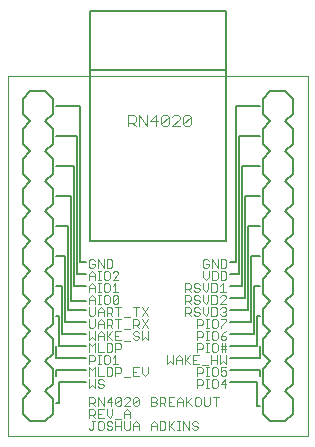
<source format=gto>
G75*
%MOIN*%
%OFA0B0*%
%FSLAX24Y24*%
%IPPOS*%
%LPD*%
%AMOC8*
5,1,8,0,0,1.08239X$1,22.5*
%
%ADD10C,0.0000*%
%ADD11C,0.0030*%
%ADD12C,0.0060*%
%ADD13C,0.0080*%
%ADD14C,0.0050*%
D10*
X000100Y000100D02*
X000100Y012100D01*
X010100Y012100D01*
X010100Y000100D02*
X000100Y000100D01*
X010100Y000100D02*
X010100Y012100D01*
D11*
X006213Y010742D02*
X006213Y010496D01*
X006152Y010434D01*
X006028Y010434D01*
X005966Y010496D01*
X006213Y010742D01*
X006152Y010804D01*
X006028Y010804D01*
X005966Y010742D01*
X005966Y010496D01*
X005845Y010434D02*
X005598Y010434D01*
X005845Y010681D01*
X005845Y010742D01*
X005783Y010804D01*
X005660Y010804D01*
X005598Y010742D01*
X005477Y010742D02*
X005230Y010496D01*
X005292Y010434D01*
X005415Y010434D01*
X005477Y010496D01*
X005477Y010742D01*
X005415Y010804D01*
X005292Y010804D01*
X005230Y010742D01*
X005230Y010496D01*
X005108Y010619D02*
X004861Y010619D01*
X005047Y010804D01*
X005047Y010434D01*
X004740Y010434D02*
X004740Y010804D01*
X004493Y010804D02*
X004493Y010434D01*
X004372Y010434D02*
X004248Y010557D01*
X004310Y010557D02*
X004125Y010557D01*
X004125Y010434D02*
X004125Y010804D01*
X004310Y010804D01*
X004372Y010742D01*
X004372Y010619D01*
X004310Y010557D01*
X004493Y010804D02*
X004740Y010434D01*
X003549Y006005D02*
X003404Y006005D01*
X003404Y005715D01*
X003549Y005715D01*
X003598Y005763D01*
X003598Y005957D01*
X003549Y006005D01*
X003303Y006005D02*
X003303Y005715D01*
X003110Y006005D01*
X003110Y005715D01*
X003110Y005605D02*
X003206Y005605D01*
X003158Y005605D02*
X003158Y005315D01*
X003110Y005315D02*
X003206Y005315D01*
X003206Y005205D02*
X003110Y005205D01*
X003158Y005205D02*
X003158Y004915D01*
X003110Y004915D02*
X003206Y004915D01*
X003206Y004805D02*
X003110Y004805D01*
X003158Y004805D02*
X003158Y004515D01*
X003110Y004515D02*
X003206Y004515D01*
X003206Y004405D02*
X003303Y004308D01*
X003303Y004115D01*
X003404Y004115D02*
X003404Y004405D01*
X003549Y004405D01*
X003598Y004357D01*
X003598Y004260D01*
X003549Y004212D01*
X003404Y004212D01*
X003501Y004212D02*
X003598Y004115D01*
X003549Y004005D02*
X003598Y003957D01*
X003598Y003860D01*
X003549Y003812D01*
X003404Y003812D01*
X003404Y003715D02*
X003404Y004005D01*
X003549Y004005D01*
X003501Y003812D02*
X003598Y003715D01*
X003598Y003605D02*
X003404Y003412D01*
X003453Y003460D02*
X003598Y003315D01*
X003699Y003315D02*
X003892Y003315D01*
X003994Y003267D02*
X004187Y003267D01*
X004288Y003363D02*
X004337Y003315D01*
X004433Y003315D01*
X004482Y003363D01*
X004482Y003412D01*
X004433Y003460D01*
X004337Y003460D01*
X004288Y003508D01*
X004288Y003557D01*
X004337Y003605D01*
X004433Y003605D01*
X004482Y003557D01*
X004583Y003605D02*
X004583Y003315D01*
X004680Y003412D01*
X004776Y003315D01*
X004776Y003605D01*
X004776Y003715D02*
X004583Y004005D01*
X004583Y004115D02*
X004776Y004405D01*
X004583Y004405D02*
X004776Y004115D01*
X004776Y004005D02*
X004583Y003715D01*
X004482Y003715D02*
X004385Y003812D01*
X004433Y003812D02*
X004288Y003812D01*
X004288Y003715D02*
X004288Y004005D01*
X004433Y004005D01*
X004482Y003957D01*
X004482Y003860D01*
X004433Y003812D01*
X004385Y004115D02*
X004385Y004405D01*
X004288Y004405D02*
X004482Y004405D01*
X004187Y004067D02*
X003994Y004067D01*
X003892Y004005D02*
X003699Y004005D01*
X003796Y004005D02*
X003796Y003715D01*
X003892Y003605D02*
X003699Y003605D01*
X003699Y003315D01*
X003699Y003205D02*
X003844Y003205D01*
X003892Y003157D01*
X003892Y003060D01*
X003844Y003012D01*
X003699Y003012D01*
X003699Y002915D02*
X003699Y003205D01*
X003598Y003157D02*
X003549Y003205D01*
X003404Y003205D01*
X003404Y002915D01*
X003549Y002915D01*
X003598Y002963D01*
X003598Y003157D01*
X003404Y003315D02*
X003404Y003605D01*
X003303Y003508D02*
X003303Y003315D01*
X003303Y003460D02*
X003110Y003460D01*
X003110Y003508D02*
X003206Y003605D01*
X003303Y003508D01*
X003303Y003715D02*
X003303Y003908D01*
X003206Y004005D01*
X003110Y003908D01*
X003110Y003715D01*
X003008Y003763D02*
X003008Y004005D01*
X002960Y004115D02*
X003008Y004163D01*
X003008Y004405D01*
X003008Y004515D02*
X003008Y004708D01*
X002912Y004805D01*
X002815Y004708D01*
X002815Y004515D01*
X002815Y004405D02*
X002815Y004163D01*
X002863Y004115D01*
X002960Y004115D01*
X002815Y004005D02*
X002815Y003763D01*
X002863Y003715D01*
X002960Y003715D01*
X003008Y003763D01*
X003110Y003860D02*
X003303Y003860D01*
X003110Y004115D02*
X003110Y004308D01*
X003206Y004405D01*
X003110Y004260D02*
X003303Y004260D01*
X003354Y004515D02*
X003451Y004515D01*
X003500Y004563D01*
X003500Y004757D01*
X003451Y004805D01*
X003354Y004805D01*
X003306Y004757D01*
X003306Y004563D01*
X003354Y004515D01*
X003601Y004563D02*
X003794Y004757D01*
X003794Y004563D01*
X003746Y004515D01*
X003649Y004515D01*
X003601Y004563D01*
X003601Y004757D01*
X003649Y004805D01*
X003746Y004805D01*
X003794Y004757D01*
X003794Y004915D02*
X003601Y004915D01*
X003697Y004915D02*
X003697Y005205D01*
X003601Y005108D01*
X003500Y005157D02*
X003500Y004963D01*
X003451Y004915D01*
X003354Y004915D01*
X003306Y004963D01*
X003306Y005157D01*
X003354Y005205D01*
X003451Y005205D01*
X003500Y005157D01*
X003451Y005315D02*
X003500Y005363D01*
X003500Y005557D01*
X003451Y005605D01*
X003354Y005605D01*
X003306Y005557D01*
X003306Y005363D01*
X003354Y005315D01*
X003451Y005315D01*
X003601Y005315D02*
X003794Y005508D01*
X003794Y005557D01*
X003746Y005605D01*
X003649Y005605D01*
X003601Y005557D01*
X003601Y005315D02*
X003794Y005315D01*
X003796Y004405D02*
X003796Y004115D01*
X003699Y004405D02*
X003892Y004405D01*
X003994Y003667D02*
X004187Y003667D01*
X003796Y003460D02*
X003699Y003460D01*
X003303Y002915D02*
X003110Y002915D01*
X003110Y003205D01*
X003008Y003205D02*
X003008Y002915D01*
X002960Y002805D02*
X003008Y002757D01*
X003008Y002660D01*
X002960Y002612D01*
X002815Y002612D01*
X002815Y002515D02*
X002815Y002805D01*
X002960Y002805D01*
X002815Y002915D02*
X002815Y003205D01*
X002912Y003108D01*
X003008Y003205D01*
X003008Y003315D02*
X002912Y003412D01*
X002815Y003315D01*
X002815Y003605D01*
X003008Y003605D02*
X003008Y003315D01*
X003110Y003315D02*
X003110Y003508D01*
X003110Y002805D02*
X003206Y002805D01*
X003158Y002805D02*
X003158Y002515D01*
X003110Y002515D02*
X003206Y002515D01*
X003306Y002563D02*
X003354Y002515D01*
X003451Y002515D01*
X003500Y002563D01*
X003500Y002757D01*
X003451Y002805D01*
X003354Y002805D01*
X003306Y002757D01*
X003306Y002563D01*
X003404Y002405D02*
X003549Y002405D01*
X003598Y002357D01*
X003598Y002163D01*
X003549Y002115D01*
X003404Y002115D01*
X003404Y002405D01*
X003601Y002515D02*
X003794Y002515D01*
X003697Y002515D02*
X003697Y002805D01*
X003601Y002708D01*
X003699Y002405D02*
X003844Y002405D01*
X003892Y002357D01*
X003892Y002260D01*
X003844Y002212D01*
X003699Y002212D01*
X003699Y002115D02*
X003699Y002405D01*
X003994Y002067D02*
X004187Y002067D01*
X004288Y002115D02*
X004482Y002115D01*
X004583Y002212D02*
X004680Y002115D01*
X004776Y002212D01*
X004776Y002405D01*
X004583Y002405D02*
X004583Y002212D01*
X004482Y002405D02*
X004288Y002405D01*
X004288Y002115D01*
X004288Y002260D02*
X004385Y002260D01*
X004337Y001405D02*
X004288Y001357D01*
X004288Y001163D01*
X004482Y001357D01*
X004482Y001163D01*
X004433Y001115D01*
X004337Y001115D01*
X004288Y001163D01*
X004187Y001115D02*
X003994Y001115D01*
X004187Y001308D01*
X004187Y001357D01*
X004139Y001405D01*
X004042Y001405D01*
X003994Y001357D01*
X003892Y001357D02*
X003892Y001163D01*
X003844Y001115D01*
X003747Y001115D01*
X003699Y001163D01*
X003892Y001357D01*
X003844Y001405D01*
X003747Y001405D01*
X003699Y001357D01*
X003699Y001163D01*
X003598Y001260D02*
X003404Y001260D01*
X003549Y001405D01*
X003549Y001115D01*
X003598Y001005D02*
X003598Y000812D01*
X003501Y000715D01*
X003404Y000812D01*
X003404Y001005D01*
X003303Y001005D02*
X003110Y001005D01*
X003110Y000715D01*
X003303Y000715D01*
X003255Y000605D02*
X003303Y000557D01*
X003303Y000363D01*
X003255Y000315D01*
X003158Y000315D01*
X003110Y000363D01*
X003110Y000557D01*
X003158Y000605D01*
X003255Y000605D01*
X003206Y000860D02*
X003110Y000860D01*
X003008Y000860D02*
X003008Y000957D01*
X002960Y001005D01*
X002815Y001005D01*
X002815Y000715D01*
X002815Y000812D02*
X002960Y000812D01*
X003008Y000860D01*
X002912Y000812D02*
X003008Y000715D01*
X003008Y000605D02*
X002912Y000605D01*
X002960Y000605D02*
X002960Y000363D01*
X002912Y000315D01*
X002863Y000315D01*
X002815Y000363D01*
X002815Y001115D02*
X002815Y001405D01*
X002960Y001405D01*
X003008Y001357D01*
X003008Y001260D01*
X002960Y001212D01*
X002815Y001212D01*
X002912Y001212D02*
X003008Y001115D01*
X003110Y001115D02*
X003110Y001405D01*
X003303Y001115D01*
X003303Y001405D01*
X003255Y001715D02*
X003158Y001715D01*
X003110Y001763D01*
X003158Y001860D02*
X003255Y001860D01*
X003303Y001812D01*
X003303Y001763D01*
X003255Y001715D01*
X003158Y001860D02*
X003110Y001908D01*
X003110Y001957D01*
X003158Y002005D01*
X003255Y002005D01*
X003303Y001957D01*
X003303Y002115D02*
X003110Y002115D01*
X003110Y002405D01*
X003008Y002405D02*
X003008Y002115D01*
X003008Y002005D02*
X003008Y001715D01*
X002912Y001812D01*
X002815Y001715D01*
X002815Y002005D01*
X002815Y002115D02*
X002815Y002405D01*
X002912Y002308D01*
X003008Y002405D01*
X004090Y001005D02*
X004187Y000908D01*
X004187Y000715D01*
X004187Y000605D02*
X004187Y000363D01*
X004139Y000315D01*
X004042Y000315D01*
X003994Y000363D01*
X003994Y000605D01*
X003892Y000605D02*
X003892Y000315D01*
X003892Y000460D02*
X003699Y000460D01*
X003598Y000412D02*
X003598Y000363D01*
X003549Y000315D01*
X003453Y000315D01*
X003404Y000363D01*
X003453Y000460D02*
X003549Y000460D01*
X003598Y000412D01*
X003699Y000315D02*
X003699Y000605D01*
X003699Y000667D02*
X003892Y000667D01*
X003994Y000715D02*
X003994Y000908D01*
X004090Y001005D01*
X003994Y000860D02*
X004187Y000860D01*
X004385Y000605D02*
X004288Y000508D01*
X004288Y000315D01*
X004288Y000460D02*
X004482Y000460D01*
X004482Y000508D02*
X004482Y000315D01*
X004482Y000508D02*
X004385Y000605D01*
X004878Y000508D02*
X004878Y000315D01*
X004878Y000460D02*
X005071Y000460D01*
X005071Y000508D02*
X005071Y000315D01*
X005172Y000315D02*
X005317Y000315D01*
X005366Y000363D01*
X005366Y000557D01*
X005317Y000605D01*
X005172Y000605D01*
X005172Y000315D01*
X005071Y000508D02*
X004974Y000605D01*
X004878Y000508D01*
X004878Y001115D02*
X005023Y001115D01*
X005071Y001163D01*
X005071Y001212D01*
X005023Y001260D01*
X004878Y001260D01*
X004878Y001115D02*
X004878Y001405D01*
X005023Y001405D01*
X005071Y001357D01*
X005071Y001308D01*
X005023Y001260D01*
X005172Y001212D02*
X005317Y001212D01*
X005366Y001260D01*
X005366Y001357D01*
X005317Y001405D01*
X005172Y001405D01*
X005172Y001115D01*
X005269Y001212D02*
X005366Y001115D01*
X005467Y001115D02*
X005660Y001115D01*
X005762Y001115D02*
X005762Y001308D01*
X005858Y001405D01*
X005955Y001308D01*
X005955Y001115D01*
X006056Y001115D02*
X006056Y001405D01*
X006105Y001260D02*
X006250Y001115D01*
X006351Y001163D02*
X006399Y001115D01*
X006496Y001115D01*
X006544Y001163D01*
X006544Y001357D01*
X006496Y001405D01*
X006399Y001405D01*
X006351Y001357D01*
X006351Y001163D01*
X006250Y001405D02*
X006056Y001212D01*
X005955Y001260D02*
X005762Y001260D01*
X005660Y001405D02*
X005467Y001405D01*
X005467Y001115D01*
X005467Y001260D02*
X005564Y001260D01*
X005660Y000605D02*
X005467Y000412D01*
X005515Y000460D02*
X005660Y000315D01*
X005762Y000315D02*
X005858Y000315D01*
X005810Y000315D02*
X005810Y000605D01*
X005762Y000605D02*
X005858Y000605D01*
X005958Y000605D02*
X006151Y000315D01*
X006151Y000605D01*
X006253Y000557D02*
X006253Y000508D01*
X006301Y000460D01*
X006398Y000460D01*
X006446Y000412D01*
X006446Y000363D01*
X006398Y000315D01*
X006301Y000315D01*
X006253Y000363D01*
X006253Y000557D02*
X006301Y000605D01*
X006398Y000605D01*
X006446Y000557D01*
X005958Y000605D02*
X005958Y000315D01*
X005467Y000315D02*
X005467Y000605D01*
X006415Y001715D02*
X006415Y002005D01*
X006560Y002005D01*
X006608Y001957D01*
X006608Y001860D01*
X006560Y001812D01*
X006415Y001812D01*
X006415Y002115D02*
X006415Y002405D01*
X006560Y002405D01*
X006608Y002357D01*
X006608Y002260D01*
X006560Y002212D01*
X006415Y002212D01*
X006594Y002467D02*
X006787Y002467D01*
X006806Y002405D02*
X006710Y002405D01*
X006758Y002405D02*
X006758Y002115D01*
X006710Y002115D02*
X006806Y002115D01*
X006806Y002005D02*
X006710Y002005D01*
X006758Y002005D02*
X006758Y001715D01*
X006710Y001715D02*
X006806Y001715D01*
X006906Y001763D02*
X006954Y001715D01*
X007051Y001715D01*
X007100Y001763D01*
X007100Y001957D01*
X007051Y002005D01*
X006954Y002005D01*
X006906Y001957D01*
X006906Y001763D01*
X006954Y002115D02*
X007051Y002115D01*
X007100Y002163D01*
X007100Y002357D01*
X007051Y002405D01*
X006954Y002405D01*
X006906Y002357D01*
X006906Y002163D01*
X006954Y002115D01*
X007201Y002163D02*
X007249Y002115D01*
X007346Y002115D01*
X007394Y002163D01*
X007394Y002260D01*
X007346Y002308D01*
X007297Y002308D01*
X007201Y002260D01*
X007201Y002405D01*
X007394Y002405D01*
X007376Y002515D02*
X007376Y002805D01*
X007346Y002915D02*
X007346Y003205D01*
X007346Y003108D02*
X007201Y003108D01*
X007201Y003012D02*
X007394Y003012D01*
X007394Y003108D02*
X007346Y003108D01*
X007249Y003205D02*
X007249Y002915D01*
X007183Y002805D02*
X007183Y002515D01*
X007280Y002612D01*
X007376Y002515D01*
X007082Y002515D02*
X007082Y002805D01*
X007051Y002915D02*
X007100Y002963D01*
X007100Y003157D01*
X007051Y003205D01*
X006954Y003205D01*
X006906Y003157D01*
X006906Y002963D01*
X006954Y002915D01*
X007051Y002915D01*
X006888Y002805D02*
X006888Y002515D01*
X006888Y002660D02*
X007082Y002660D01*
X006806Y002915D02*
X006710Y002915D01*
X006758Y002915D02*
X006758Y003205D01*
X006710Y003205D02*
X006806Y003205D01*
X006806Y003315D02*
X006710Y003315D01*
X006758Y003315D02*
X006758Y003605D01*
X006710Y003605D02*
X006806Y003605D01*
X006806Y003715D02*
X006710Y003715D01*
X006758Y003715D02*
X006758Y004005D01*
X006710Y004005D02*
X006806Y004005D01*
X006906Y003957D02*
X006906Y003763D01*
X006954Y003715D01*
X007051Y003715D01*
X007100Y003763D01*
X007100Y003957D01*
X007051Y004005D01*
X006954Y004005D01*
X006906Y003957D01*
X006899Y004115D02*
X007044Y004115D01*
X007092Y004163D01*
X007092Y004357D01*
X007044Y004405D01*
X006899Y004405D01*
X006899Y004115D01*
X006798Y004212D02*
X006798Y004405D01*
X006701Y004515D02*
X006798Y004612D01*
X006798Y004805D01*
X006899Y004805D02*
X007044Y004805D01*
X007092Y004757D01*
X007092Y004563D01*
X007044Y004515D01*
X006899Y004515D01*
X006899Y004805D01*
X006899Y004915D02*
X007044Y004915D01*
X007092Y004963D01*
X007092Y005157D01*
X007044Y005205D01*
X006899Y005205D01*
X006899Y004915D01*
X006798Y005012D02*
X006798Y005205D01*
X006712Y005315D02*
X006808Y005412D01*
X006808Y005605D01*
X006910Y005605D02*
X007055Y005605D01*
X007103Y005557D01*
X007103Y005363D01*
X007055Y005315D01*
X006910Y005315D01*
X006910Y005605D01*
X006910Y005715D02*
X006910Y006005D01*
X007103Y005715D01*
X007103Y006005D01*
X007204Y006005D02*
X007349Y006005D01*
X007398Y005957D01*
X007398Y005763D01*
X007349Y005715D01*
X007204Y005715D01*
X007204Y006005D01*
X007204Y005605D02*
X007349Y005605D01*
X007398Y005557D01*
X007398Y005363D01*
X007349Y005315D01*
X007204Y005315D01*
X007204Y005605D01*
X007290Y005205D02*
X007290Y004915D01*
X007194Y004915D02*
X007387Y004915D01*
X007339Y004805D02*
X007242Y004805D01*
X007194Y004757D01*
X007339Y004805D02*
X007387Y004757D01*
X007387Y004708D01*
X007194Y004515D01*
X007387Y004515D01*
X007339Y004405D02*
X007387Y004357D01*
X007387Y004308D01*
X007339Y004260D01*
X007387Y004212D01*
X007387Y004163D01*
X007339Y004115D01*
X007242Y004115D01*
X007194Y004163D01*
X007290Y004260D02*
X007339Y004260D01*
X007339Y004405D02*
X007242Y004405D01*
X007194Y004357D01*
X007201Y004005D02*
X007394Y004005D01*
X007394Y003957D01*
X007201Y003763D01*
X007201Y003715D01*
X007297Y003557D02*
X007201Y003460D01*
X007346Y003460D01*
X007394Y003412D01*
X007394Y003363D01*
X007346Y003315D01*
X007249Y003315D01*
X007201Y003363D01*
X007201Y003460D01*
X007297Y003557D02*
X007394Y003605D01*
X007100Y003557D02*
X007100Y003363D01*
X007051Y003315D01*
X006954Y003315D01*
X006906Y003363D01*
X006906Y003557D01*
X006954Y003605D01*
X007051Y003605D01*
X007100Y003557D01*
X006701Y004115D02*
X006798Y004212D01*
X006701Y004115D02*
X006604Y004212D01*
X006604Y004405D01*
X006503Y004357D02*
X006455Y004405D01*
X006358Y004405D01*
X006310Y004357D01*
X006310Y004308D01*
X006358Y004260D01*
X006455Y004260D01*
X006503Y004212D01*
X006503Y004163D01*
X006455Y004115D01*
X006358Y004115D01*
X006310Y004163D01*
X006208Y004115D02*
X006112Y004212D01*
X006160Y004212D02*
X006015Y004212D01*
X006015Y004115D02*
X006015Y004405D01*
X006160Y004405D01*
X006208Y004357D01*
X006208Y004260D01*
X006160Y004212D01*
X006208Y004515D02*
X006112Y004612D01*
X006160Y004612D02*
X006015Y004612D01*
X006015Y004515D02*
X006015Y004805D01*
X006160Y004805D01*
X006208Y004757D01*
X006208Y004660D01*
X006160Y004612D01*
X006310Y004563D02*
X006358Y004515D01*
X006455Y004515D01*
X006503Y004563D01*
X006503Y004612D01*
X006455Y004660D01*
X006358Y004660D01*
X006310Y004708D01*
X006310Y004757D01*
X006358Y004805D01*
X006455Y004805D01*
X006503Y004757D01*
X006604Y004805D02*
X006604Y004612D01*
X006701Y004515D01*
X006701Y004915D02*
X006604Y005012D01*
X006604Y005205D01*
X006503Y005157D02*
X006455Y005205D01*
X006358Y005205D01*
X006310Y005157D01*
X006310Y005108D01*
X006358Y005060D01*
X006455Y005060D01*
X006503Y005012D01*
X006503Y004963D01*
X006455Y004915D01*
X006358Y004915D01*
X006310Y004963D01*
X006208Y004915D02*
X006112Y005012D01*
X006160Y005012D02*
X006208Y005060D01*
X006208Y005157D01*
X006160Y005205D01*
X006015Y005205D01*
X006015Y004915D01*
X006015Y005012D02*
X006160Y005012D01*
X006615Y005412D02*
X006615Y005605D01*
X006663Y005715D02*
X006760Y005715D01*
X006808Y005763D01*
X006808Y005860D01*
X006712Y005860D01*
X006808Y005957D02*
X006760Y006005D01*
X006663Y006005D01*
X006615Y005957D01*
X006615Y005763D01*
X006663Y005715D01*
X006615Y005412D02*
X006712Y005315D01*
X006798Y005012D02*
X006701Y004915D01*
X007194Y005108D02*
X007290Y005205D01*
X006560Y004005D02*
X006415Y004005D01*
X006415Y003715D01*
X006415Y003812D02*
X006560Y003812D01*
X006608Y003860D01*
X006608Y003957D01*
X006560Y004005D01*
X006560Y003605D02*
X006415Y003605D01*
X006415Y003315D01*
X006415Y003412D02*
X006560Y003412D01*
X006608Y003460D01*
X006608Y003557D01*
X006560Y003605D01*
X006560Y003205D02*
X006415Y003205D01*
X006415Y002915D01*
X006415Y003012D02*
X006560Y003012D01*
X006608Y003060D01*
X006608Y003157D01*
X006560Y003205D01*
X006492Y002805D02*
X006299Y002805D01*
X006299Y002515D01*
X006492Y002515D01*
X006396Y002660D02*
X006299Y002660D01*
X006198Y002515D02*
X006053Y002660D01*
X006004Y002612D02*
X006198Y002805D01*
X006004Y002805D02*
X006004Y002515D01*
X005903Y002515D02*
X005903Y002708D01*
X005806Y002805D01*
X005710Y002708D01*
X005710Y002515D01*
X005608Y002515D02*
X005608Y002805D01*
X005710Y002660D02*
X005903Y002660D01*
X005608Y002515D02*
X005512Y002612D01*
X005415Y002515D01*
X005415Y002805D01*
X004433Y001405D02*
X004337Y001405D01*
X004433Y001405D02*
X004482Y001357D01*
X003598Y000557D02*
X003549Y000605D01*
X003453Y000605D01*
X003404Y000557D01*
X003404Y000508D01*
X003453Y000460D01*
X003008Y004660D02*
X002815Y004660D01*
X002815Y004915D02*
X002815Y005108D01*
X002912Y005205D01*
X003008Y005108D01*
X003008Y004915D01*
X003008Y005060D02*
X002815Y005060D01*
X002815Y005315D02*
X002815Y005508D01*
X002912Y005605D01*
X003008Y005508D01*
X003008Y005315D01*
X003008Y005460D02*
X002815Y005460D01*
X002863Y005715D02*
X002960Y005715D01*
X003008Y005763D01*
X003008Y005860D01*
X002912Y005860D01*
X003008Y005957D02*
X002960Y006005D01*
X002863Y006005D01*
X002815Y005957D01*
X002815Y005763D01*
X002863Y005715D01*
X006645Y001405D02*
X006645Y001163D01*
X006694Y001115D01*
X006791Y001115D01*
X006839Y001163D01*
X006839Y001405D01*
X006940Y001405D02*
X007134Y001405D01*
X007037Y001405D02*
X007037Y001115D01*
X007346Y001715D02*
X007346Y002005D01*
X007201Y001860D01*
X007394Y001860D01*
D12*
X007500Y001900D02*
X008400Y001900D01*
X008400Y001100D01*
X008500Y001100D01*
X008500Y002100D02*
X008500Y002300D01*
X007500Y002300D01*
X007500Y002700D02*
X008500Y002700D01*
X008500Y003100D01*
X008400Y003100D02*
X008400Y004100D01*
X008500Y004100D01*
X008200Y003900D02*
X008200Y006100D01*
X008500Y006100D01*
X007800Y005500D02*
X007800Y010100D01*
X008500Y010100D01*
X008500Y009100D02*
X007900Y009100D01*
X007900Y005100D01*
X007500Y005100D01*
X007500Y004700D02*
X008000Y004700D01*
X008000Y008100D01*
X008500Y008100D01*
X008500Y007100D02*
X008100Y007100D01*
X008100Y004300D01*
X007500Y004300D01*
X007500Y003900D02*
X008200Y003900D01*
X008300Y003500D02*
X008300Y005100D01*
X008500Y005100D01*
X007800Y005500D02*
X007500Y005500D01*
X007500Y005900D02*
X007700Y005900D01*
X007700Y011100D01*
X008500Y011100D01*
X008300Y003500D02*
X007500Y003500D01*
X007500Y003100D02*
X008400Y003100D01*
X002700Y003100D02*
X001800Y003100D01*
X001800Y004100D01*
X001700Y004100D01*
X002000Y003900D02*
X002700Y003900D01*
X002700Y004300D02*
X002100Y004300D01*
X002100Y007100D01*
X001700Y007100D01*
X001700Y006100D02*
X002000Y006100D01*
X002000Y003900D01*
X001900Y003500D02*
X002700Y003500D01*
X002700Y002700D02*
X001700Y002700D01*
X001700Y003100D01*
X001900Y003500D02*
X001900Y005100D01*
X001700Y005100D01*
X002200Y004600D02*
X002700Y004600D01*
X002700Y005100D02*
X002300Y005100D01*
X002300Y009100D01*
X001700Y009100D01*
X001700Y008100D02*
X002200Y008100D01*
X002200Y004600D01*
X002400Y005500D02*
X002700Y005500D01*
X002700Y005900D02*
X002500Y005900D01*
X002500Y011100D01*
X001700Y011100D01*
X001700Y010100D02*
X002400Y010100D01*
X002400Y005500D01*
X002700Y002300D02*
X001700Y002300D01*
X001700Y002100D01*
X001800Y001900D02*
X001800Y001200D01*
X001700Y001200D01*
X001800Y001900D02*
X002700Y001900D01*
D13*
X001600Y001850D02*
X001350Y001600D01*
X001600Y001350D01*
X001600Y000850D01*
X001350Y000600D01*
X000850Y000600D01*
X000600Y000850D01*
X000600Y001350D01*
X000850Y001600D01*
X000600Y001850D01*
X000600Y002350D01*
X000850Y002600D01*
X000600Y002850D01*
X000600Y003350D01*
X000850Y003600D01*
X000600Y003850D01*
X000600Y004350D01*
X000850Y004600D01*
X000600Y004850D01*
X000600Y005350D01*
X000850Y005600D01*
X000600Y005850D01*
X000600Y006350D01*
X000850Y006600D01*
X000600Y006850D01*
X000600Y007350D01*
X000850Y007600D01*
X000600Y007850D01*
X000600Y008350D01*
X000850Y008600D01*
X000600Y008850D01*
X000600Y009350D01*
X000850Y009600D01*
X000600Y009850D01*
X000600Y010350D01*
X000850Y010600D01*
X000600Y010850D01*
X000600Y011350D01*
X000850Y011600D01*
X001350Y011600D01*
X001600Y011350D01*
X001600Y010850D01*
X001350Y010600D01*
X001600Y010350D01*
X001600Y009850D01*
X001350Y009600D01*
X001600Y009350D01*
X001600Y008850D01*
X001350Y008600D01*
X001600Y008350D01*
X001600Y007850D01*
X001350Y007600D01*
X001600Y007350D01*
X001600Y006850D01*
X001350Y006600D01*
X001600Y006350D01*
X001600Y005850D01*
X001350Y005600D01*
X001600Y005350D01*
X001600Y004850D01*
X001350Y004600D01*
X001600Y004350D01*
X001600Y003850D01*
X001350Y003600D01*
X001600Y003350D01*
X001600Y002850D01*
X001350Y002600D01*
X001600Y002350D01*
X001600Y001850D01*
X008600Y001850D02*
X008600Y002350D01*
X008850Y002600D01*
X008600Y002850D01*
X008600Y003350D01*
X008850Y003600D01*
X008600Y003850D01*
X008600Y004350D01*
X008850Y004600D01*
X008600Y004850D01*
X008600Y005350D01*
X008850Y005600D01*
X008600Y005850D01*
X008600Y006350D01*
X008850Y006600D01*
X008600Y006850D01*
X008600Y007350D01*
X008850Y007600D01*
X008600Y007850D01*
X008600Y008350D01*
X008850Y008600D01*
X008600Y008850D01*
X008600Y009350D01*
X008850Y009600D01*
X008600Y009850D01*
X008600Y010350D01*
X008850Y010600D01*
X008600Y010850D01*
X008600Y011350D01*
X008850Y011600D01*
X009350Y011600D01*
X009600Y011350D01*
X009600Y010850D01*
X009350Y010600D01*
X009600Y010350D01*
X009600Y009850D01*
X009350Y009600D01*
X009600Y009350D01*
X009600Y008850D01*
X009350Y008600D01*
X009600Y008350D01*
X009600Y007850D01*
X009350Y007600D01*
X009600Y007350D01*
X009600Y006850D01*
X009350Y006600D01*
X009600Y006350D01*
X009600Y005850D01*
X009350Y005600D01*
X009600Y005350D01*
X009600Y004850D01*
X009350Y004600D01*
X009600Y004350D01*
X009600Y003850D01*
X009350Y003600D01*
X009600Y003350D01*
X009600Y002850D01*
X009350Y002600D01*
X009600Y002350D01*
X009600Y001850D01*
X009350Y001600D01*
X009600Y001350D01*
X009600Y000850D01*
X009350Y000600D01*
X008850Y000600D01*
X008600Y000850D01*
X008600Y001350D01*
X008850Y001600D01*
X008600Y001850D01*
D14*
X007378Y006600D02*
X007378Y012328D01*
X007378Y014277D01*
X002850Y014277D01*
X002850Y012328D01*
X002850Y006600D01*
X007378Y006600D01*
X007378Y012328D02*
X002850Y012328D01*
M02*

</source>
